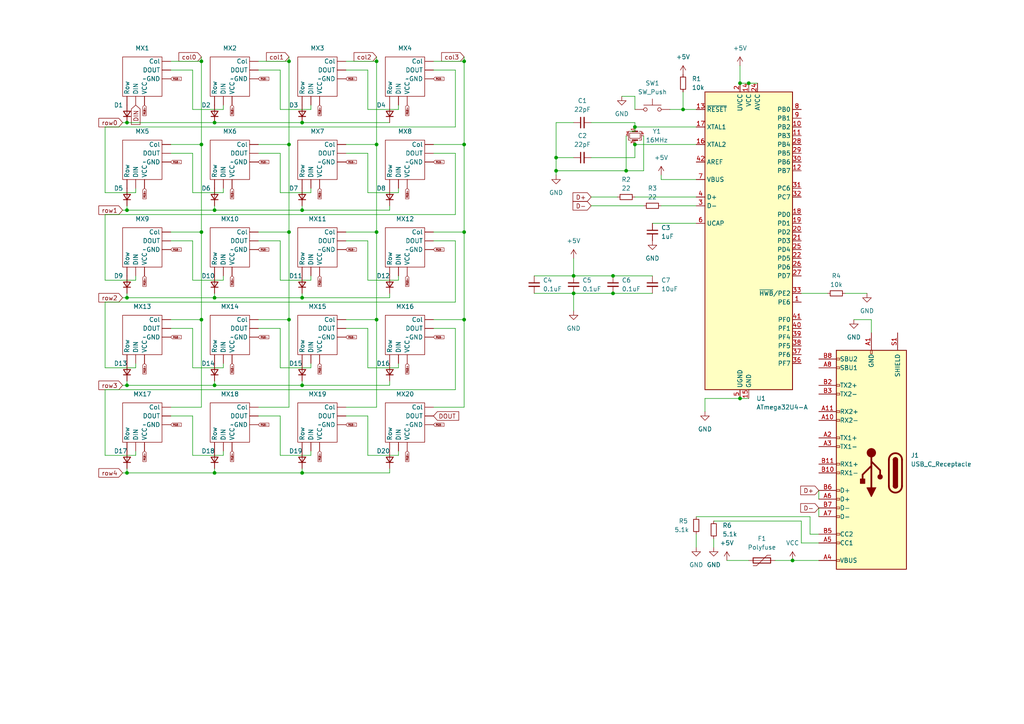
<source format=kicad_sch>
(kicad_sch (version 20230121) (generator eeschema)
  (paper "A4")
  (lib_symbols
    (symbol "Connector:USB_C_Receptacle" (pin_names (offset 1.016))
      (property "Reference" "J" (at -10.16 29.21 0))
      (property "Value" "USB_C_Receptacle" (at 10.16 29.21 0))
      (symbol "USB_C_Receptacle_0_0"
        (rectangle (start -0.254 -35.56) (end 0.254 -34.544))
        (rectangle (start 10.16 -32.766) (end 9.144 -33.274))
        (rectangle (start 10.16 -30.226) (end 9.144 -30.734))
        (rectangle (start 10.16 -25.146) (end 9.144 -25.654))
        (rectangle (start 10.16 -22.606) (end 9.144 -23.114))
        (rectangle (start 10.16 -17.526) (end 9.144 -18.034))
        (rectangle (start 10.16 -14.986) (end 9.144 -15.494))
        (rectangle (start 10.16 -9.906) (end 9.144 -10.414))
        (rectangle (start 10.16 -7.366) (end 9.144 -7.874))
        (rectangle (start 10.16 -2.286) (end 9.144 -2.794))
        (rectangle (start 10.16 0.254) (end 9.144 -0.254))
        (rectangle (start 10.16 5.334) (end 9.144 4.826))
        (rectangle (start 10.16 7.874) (end 9.144 7.366))
        (rectangle (start 10.16 10.414) (end 9.144 9.906))
        (rectangle (start 10.16 12.954) (end 9.144 12.446))
        (rectangle (start 10.16 18.034) (end 9.144 17.526))
        (rectangle (start 10.16 20.574) (end 9.144 20.066))
        (rectangle (start 10.16 25.654) (end 9.144 25.146))
      )
      (symbol "USB_C_Receptacle_0_1"
        (rectangle (start -10.16 27.94) (end 10.16 -35.56) (stroke (width 0.254)) (fill (type background)))
        (arc (start -8.89 -3.81) (mid -6.985 -5.7067) (end -5.08 -3.81) (stroke (width 0.508)))
        (arc (start -7.62 -3.81) (mid -6.985 -4.4423) (end -6.35 -3.81) (stroke (width 0.254)))
        (arc (start -7.62 -3.81) (mid -6.985 -4.4423) (end -6.35 -3.81) (stroke (width 0.254)) (fill (type outline)))
        (rectangle (start -7.62 -3.81) (end -6.35 3.81) (stroke (width 0.254)) (fill (type outline)))
        (arc (start -6.35 3.81) (mid -6.985 4.4423) (end -7.62 3.81) (stroke (width 0.254)))
        (arc (start -6.35 3.81) (mid -6.985 4.4423) (end -7.62 3.81) (stroke (width 0.254)) (fill (type outline)))
        (arc (start -5.08 3.81) (mid -6.985 5.7067) (end -8.89 3.81) (stroke (width 0.508)))
        (polyline (pts (xy -8.89 -3.81) (xy -8.89 3.81)) (stroke (width 0.508)))
        (polyline (pts (xy -5.08 3.81) (xy -5.08 -3.81)) (stroke (width 0.508)))
      )
      (symbol "USB_C_Receptacle_1_1"
        (circle (center -2.54 1.143) (radius 0.635) (stroke (width 0.254)) (fill (type outline)))
        (circle (center 0 -5.842) (radius 1.27) (fill (type outline)))
        (polyline (pts (xy 0 -5.842) (xy 0 4.318)) (stroke (width 0.508)))
        (polyline (pts (xy 0 -3.302) (xy -2.54 -0.762) (xy -2.54 0.508)) (stroke (width 0.508)))
        (polyline (pts (xy 0 -2.032) (xy 2.54 0.508) (xy 2.54 1.778)) (stroke (width 0.508)))
        (polyline (pts (xy -1.27 4.318) (xy 0 6.858) (xy 1.27 4.318) (xy -1.27 4.318)) (stroke (width 0.254)) (fill (type outline)))
        (rectangle (start 1.905 1.778) (end 3.175 3.048) (stroke (width 0.254)) (fill (type outline)))
        (pin passive line (at 0 -40.64 90) (length 5.08) (name "GND") (number "A1"))
        (pin bidirectional line (at 15.24 -15.24 180) (length 5.08) (name "RX2-") (number "A10"))
        (pin bidirectional line (at 15.24 -17.78 180) (length 5.08) (name "RX2+") (number "A11"))
        (pin passive line (at 0 -40.64 90) (length 5.08) hide (name "GND") (number "A12"))
        (pin bidirectional line (at 15.24 -10.16 180) (length 5.08) (name "TX1+") (number "A2"))
        (pin bidirectional line (at 15.24 -7.62 180) (length 5.08) (name "TX1-") (number "A3"))
        (pin passive line (at 15.24 25.4 180) (length 5.08) (name "VBUS") (number "A4"))
        (pin bidirectional line (at 15.24 20.32 180) (length 5.08) (name "CC1") (number "A5"))
        (pin bidirectional line (at 15.24 7.62 180) (length 5.08) (name "D+") (number "A6"))
        (pin bidirectional line (at 15.24 12.7 180) (length 5.08) (name "D-") (number "A7"))
        (pin bidirectional line (at 15.24 -30.48 180) (length 5.08) (name "SBU1") (number "A8"))
        (pin passive line (at 15.24 25.4 180) (length 5.08) hide (name "VBUS") (number "A9"))
        (pin passive line (at 0 -40.64 90) (length 5.08) hide (name "GND") (number "B1"))
        (pin bidirectional line (at 15.24 0 180) (length 5.08) (name "RX1-") (number "B10"))
        (pin bidirectional line (at 15.24 -2.54 180) (length 5.08) (name "RX1+") (number "B11"))
        (pin passive line (at 0 -40.64 90) (length 5.08) hide (name "GND") (number "B12"))
        (pin bidirectional line (at 15.24 -25.4 180) (length 5.08) (name "TX2+") (number "B2"))
        (pin bidirectional line (at 15.24 -22.86 180) (length 5.08) (name "TX2-") (number "B3"))
        (pin passive line (at 15.24 25.4 180) (length 5.08) hide (name "VBUS") (number "B4"))
        (pin bidirectional line (at 15.24 17.78 180) (length 5.08) (name "CC2") (number "B5"))
        (pin bidirectional line (at 15.24 5.08 180) (length 5.08) (name "D+") (number "B6"))
        (pin bidirectional line (at 15.24 10.16 180) (length 5.08) (name "D-") (number "B7"))
        (pin bidirectional line (at 15.24 -33.02 180) (length 5.08) (name "SBU2") (number "B8"))
        (pin passive line (at 15.24 25.4 180) (length 5.08) hide (name "VBUS") (number "B9"))
        (pin passive line (at -7.62 -40.64 90) (length 5.08) (name "SHIELD") (number "S1"))
      )
    )
    (symbol "Device:C_Small" (pin_numbers hide) (pin_names (offset 0.254) hide)
      (property "Reference" "C" (at 0.254 1.778 0))
      (property "Value" "C_Small" (at 0.254 -2.032 0))
      (symbol "C_Small_0_1"
        (polyline (pts (xy -1.524 -0.508) (xy 1.524 -0.508)) (stroke (width 0.3302)))
        (polyline (pts (xy -1.524 0.508) (xy 1.524 0.508)) (stroke (width 0.3048)))
      )
      (symbol "C_Small_1_1"
        (pin passive line (at 0 2.54 270) (length 2.032) (name "~") (number "1"))
        (pin passive line (at 0 -2.54 90) (length 2.032) (name "~") (number "2"))
      )
    )
    (symbol "Device:Crystal_GND24_Small" (pin_names (offset 1.016) hide)
      (property "Reference" "Y" (at 1.27 4.445 0))
      (property "Value" "Crystal_GND24_Small" (at 1.27 2.54 0))
      (symbol "Crystal_GND24_Small_0_1"
        (rectangle (start -0.762 -1.524) (end 0.762 1.524))
        (polyline (pts (xy -1.27 -0.762) (xy -1.27 0.762)) (stroke (width 0.381)))
        (polyline (pts (xy 1.27 -0.762) (xy 1.27 0.762)) (stroke (width 0.381)))
        (polyline (pts (xy -1.27 -1.27) (xy -1.27 -1.905) (xy 1.27 -1.905) (xy 1.27 -1.27)))
        (polyline (pts (xy -1.27 1.27) (xy -1.27 1.905) (xy 1.27 1.905) (xy 1.27 1.27)))
      )
      (symbol "Crystal_GND24_Small_1_1"
        (pin passive line (at -2.54 0 0) (length 1.27) (name "1") (number "1"))
        (pin passive line (at 0 -2.54 90) (length 0.635) (name "2") (number "2"))
        (pin passive line (at 2.54 0 180) (length 1.27) (name "3") (number "3"))
        (pin passive line (at 0 2.54 270) (length 0.635) (name "4") (number "4"))
      )
    )
    (symbol "Device:D_Small" (pin_numbers hide) (pin_names (offset 0.254) hide)
      (property "Reference" "D" (at -1.27 2.032 0))
      (property "Value" "D_Small" (at -3.81 -2.032 0))
      (symbol "D_Small_0_1"
        (polyline (pts (xy -0.762 -1.016) (xy -0.762 1.016)) (stroke (width 0.254)))
        (polyline (pts (xy -0.762 0) (xy 0.762 0)))
        (polyline (pts (xy 0.762 -1.016) (xy -0.762 0) (xy 0.762 1.016) (xy 0.762 -1.016)) (stroke (width 0.254)))
      )
      (symbol "D_Small_1_1"
        (pin passive line (at -2.54 0 0) (length 1.778) (name "K") (number "1"))
        (pin passive line (at 2.54 0 180) (length 1.778) (name "A") (number "2"))
      )
    )
    (symbol "Device:Polyfuse" (pin_numbers hide) (pin_names (offset 0))
      (property "Reference" "F" (at -2.54 0 90))
      (property "Value" "Polyfuse" (at 2.54 0 90))
      (symbol "Polyfuse_0_1"
        (rectangle (start -0.762 2.54) (end 0.762 -2.54) (stroke (width 0.254)))
        (polyline (pts (xy 0 2.54) (xy 0 -2.54)))
        (polyline (pts (xy -1.524 2.54) (xy -1.524 1.524) (xy 1.524 -1.524) (xy 1.524 -2.54)))
      )
      (symbol "Polyfuse_1_1"
        (pin passive line (at 0 3.81 270) (length 1.27) (name "~") (number "1"))
        (pin passive line (at 0 -3.81 90) (length 1.27) (name "~") (number "2"))
      )
    )
    (symbol "Device:R_Small" (pin_numbers hide) (pin_names (offset 0.254) hide)
      (property "Reference" "R" (at 0.762 0.508 0))
      (property "Value" "R_Small" (at 0.762 -1.016 0))
      (symbol "R_Small_0_1"
        (rectangle (start -0.762 1.778) (end 0.762 -1.778) (stroke (width 0.2032)))
      )
      (symbol "R_Small_1_1"
        (pin passive line (at 0 2.54 270) (length 0.762) (name "~") (number "1"))
        (pin passive line (at 0 -2.54 90) (length 0.762) (name "~") (number "2"))
      )
    )
    (symbol "MCU_Microchip_ATmega:ATmega32U4-A"
      (property "Reference" "U" (at -12.7 44.45 0))
      (property "Value" "ATmega32U4-A" (at 2.54 -44.45 0))
      (symbol "ATmega32U4-A_0_1"
        (rectangle (start -12.7 -43.18) (end 12.7 43.18) (stroke (width 0.254)) (fill (type background)))
      )
      (symbol "ATmega32U4-A_1_1"
        (pin bidirectional line (at 15.24 -17.78 180) (length 2.54) (name "PE6") (number "1"))
        (pin bidirectional line (at 15.24 33.02 180) (length 2.54) (name "PB2") (number "10"))
        (pin bidirectional line (at 15.24 30.48 180) (length 2.54) (name "PB3") (number "11"))
        (pin bidirectional line (at 15.24 20.32 180) (length 2.54) (name "PB7") (number "12"))
        (pin input line (at -15.24 38.1 0) (length 2.54) (name "~{RESET}") (number "13"))
        (pin power_in line (at 0 45.72 270) (length 2.54) (name "VCC") (number "14"))
        (pin power_in line (at 0 -45.72 90) (length 2.54) (name "GND") (number "15"))
        (pin output line (at -15.24 27.94 0) (length 2.54) (name "XTAL2") (number "16"))
        (pin input line (at -15.24 33.02 0) (length 2.54) (name "XTAL1") (number "17"))
        (pin bidirectional line (at 15.24 7.62 180) (length 2.54) (name "PD0") (number "18"))
        (pin bidirectional line (at 15.24 5.08 180) (length 2.54) (name "PD1") (number "19"))
        (pin power_in line (at -2.54 45.72 270) (length 2.54) (name "UVCC") (number "2"))
        (pin bidirectional line (at 15.24 2.54 180) (length 2.54) (name "PD2") (number "20"))
        (pin bidirectional line (at 15.24 0 180) (length 2.54) (name "PD3") (number "21"))
        (pin bidirectional line (at 15.24 -5.08 180) (length 2.54) (name "PD5") (number "22"))
        (pin passive line (at 0 -45.72 90) (length 2.54) hide (name "GND") (number "23"))
        (pin power_in line (at 2.54 45.72 270) (length 2.54) (name "AVCC") (number "24"))
        (pin bidirectional line (at 15.24 -2.54 180) (length 2.54) (name "PD4") (number "25"))
        (pin bidirectional line (at 15.24 -7.62 180) (length 2.54) (name "PD6") (number "26"))
        (pin bidirectional line (at 15.24 -10.16 180) (length 2.54) (name "PD7") (number "27"))
        (pin bidirectional line (at 15.24 27.94 180) (length 2.54) (name "PB4") (number "28"))
        (pin bidirectional line (at 15.24 25.4 180) (length 2.54) (name "PB5") (number "29"))
        (pin bidirectional line (at -15.24 10.16 0) (length 2.54) (name "D-") (number "3"))
        (pin bidirectional line (at 15.24 22.86 180) (length 2.54) (name "PB6") (number "30"))
        (pin bidirectional line (at 15.24 15.24 180) (length 2.54) (name "PC6") (number "31"))
        (pin bidirectional line (at 15.24 12.7 180) (length 2.54) (name "PC7") (number "32"))
        (pin bidirectional line (at 15.24 -15.24 180) (length 2.54) (name "~{HWB}/PE2") (number "33"))
        (pin passive line (at 0 45.72 270) (length 2.54) hide (name "VCC") (number "34"))
        (pin passive line (at 0 -45.72 90) (length 2.54) hide (name "GND") (number "35"))
        (pin bidirectional line (at 15.24 -35.56 180) (length 2.54) (name "PF7") (number "36"))
        (pin bidirectional line (at 15.24 -33.02 180) (length 2.54) (name "PF6") (number "37"))
        (pin bidirectional line (at 15.24 -30.48 180) (length 2.54) (name "PF5") (number "38"))
        (pin bidirectional line (at 15.24 -27.94 180) (length 2.54) (name "PF4") (number "39"))
        (pin bidirectional line (at -15.24 12.7 0) (length 2.54) (name "D+") (number "4"))
        (pin bidirectional line (at 15.24 -25.4 180) (length 2.54) (name "PF1") (number "40"))
        (pin bidirectional line (at 15.24 -22.86 180) (length 2.54) (name "PF0") (number "41"))
        (pin passive line (at -15.24 22.86 0) (length 2.54) (name "AREF") (number "42"))
        (pin passive line (at 0 -45.72 90) (length 2.54) hide (name "GND") (number "43"))
        (pin passive line (at 2.54 45.72 270) (length 2.54) hide (name "AVCC") (number "44"))
        (pin passive line (at -2.54 -45.72 90) (length 2.54) (name "UGND") (number "5"))
        (pin passive line (at -15.24 5.08 0) (length 2.54) (name "UCAP") (number "6"))
        (pin input line (at -15.24 17.78 0) (length 2.54) (name "VBUS") (number "7"))
        (pin bidirectional line (at 15.24 38.1 180) (length 2.54) (name "PB0") (number "8"))
        (pin bidirectional line (at 15.24 35.56 180) (length 2.54) (name "PB1") (number "9"))
      )
    )
    (symbol "MX_Alps_Hybrid:MX-RGB" (pin_numbers hide)
      (property "Reference" "MX" (at -3.81 3.81 0))
      (symbol "MX-RGB_0_1"
        (rectangle (start -6.35 6.35) (end 5.08 -5.08))
      )
      (symbol "MX-RGB_1_1"
        (pin input line (at 7.62 0 180) (length 2.54) (name "GND") (number "1"))
        (pin input line (at -2.54 -7.62 90) (length 2.54) (name "DIN") (number "2"))
        (pin input line (at 7.62 2.54 180) (length 2.54) (name "DOUT") (number "3"))
        (pin input line (at 0 -7.62 90) (length 2.54) (name "VCC") (number "4"))
        (pin input line (at -5.08 -7.62 90) (length 2.54) (name "Row") (number "5"))
        (pin input line (at 7.62 5.08 180) (length 2.54) (name "Col") (number "6"))
      )
    )
    (symbol "Switch:SW_Push" (pin_numbers hide) (pin_names (offset 1.016) hide)
      (property "Reference" "SW" (at 1.27 2.54 0))
      (property "Value" "SW_Push" (at 0 -1.524 0))
      (symbol "SW_Push_0_1"
        (circle (center -2.032 0) (radius 0.508))
        (polyline (pts (xy 0 1.27) (xy 0 3.048)))
        (polyline (pts (xy 2.54 1.27) (xy -2.54 1.27)))
        (circle (center 2.032 0) (radius 0.508))
        (pin passive line (at -5.08 0 0) (length 2.54) (name "1") (number "1"))
        (pin passive line (at 5.08 0 180) (length 2.54) (name "2") (number "2"))
      )
    )
    (symbol "power:+5V" (power) (pin_names (offset 0))
      (property "Value" "+5V" (at 0 3.556 0))
      (symbol "+5V_0_1"
        (polyline (pts (xy -0.762 1.27) (xy 0 2.54)))
        (polyline (pts (xy 0 0) (xy 0 2.54)))
        (polyline (pts (xy 0 2.54) (xy 0.762 1.27)))
      )
      (symbol "+5V_1_1"
        (pin power_in line (at 0 0 90) (length 0) hide (name "+5V") (number "1"))
      )
    )
    (symbol "power:GND" (power) (pin_names (offset 0))
      (property "Value" "GND" (at 0 -3.81 0))
      (symbol "GND_0_1"
        (polyline (pts (xy 0 0) (xy 0 -1.27) (xy 1.27 -1.27) (xy 0 -2.54) (xy -1.27 -1.27) (xy 0 -1.27)))
      )
      (symbol "GND_1_1"
        (pin power_in line (at 0 0 270) (length 0) hide (name "GND") (number "1"))
      )
    )
    (symbol "power:VCC" (power) (pin_names (offset 0))
      (property "Value" "VCC" (at 0 3.81 0))
      (symbol "VCC_0_1"
        (polyline (pts (xy -0.762 1.27) (xy 0 2.54)))
        (polyline (pts (xy 0 0) (xy 0 2.54)))
        (polyline (pts (xy 0 2.54) (xy 0.762 1.27)))
      )
      (symbol "VCC_1_1"
        (pin power_in line (at 0 0 90) (length 0) hide (name "VCC") (number "1"))
      )
    )
  )
  (junction (at 62.23 137.16))
  (junction (at 181.61 49.53))
  (junction (at 177.8 85.09))
  (junction (at 62.23 111.76))
  (junction (at 134.62 67.31))
  (junction (at 134.62 92.71))
  (junction (at 58.42 41.91))
  (junction (at 83.82 17.78))
  (junction (at 87.63 86.36))
  (junction (at 166.37 80.01))
  (junction (at 161.29 45.72))
  (junction (at 134.62 17.78))
  (junction (at 109.22 17.78))
  (junction (at 58.42 67.31))
  (junction (at 134.62 41.91))
  (junction (at 109.22 92.71))
  (junction (at 36.83 35.56))
  (junction (at 62.23 60.96))
  (junction (at 214.63 24.13))
  (junction (at 87.63 111.76))
  (junction (at 109.22 67.31))
  (junction (at 36.83 60.96))
  (junction (at 214.63 115.57))
  (junction (at 36.83 111.76))
  (junction (at 58.42 17.78))
  (junction (at 62.23 86.36))
  (junction (at 83.82 41.91))
  (junction (at 229.87 162.56))
  (junction (at 62.23 35.56))
  (junction (at 87.63 35.56))
  (junction (at 83.82 67.31))
  (junction (at 177.8 80.01))
  (junction (at 109.22 41.91))
  (junction (at 166.37 85.09))
  (junction (at 184.15 36.83))
  (junction (at 87.63 137.16))
  (junction (at 36.83 86.36))
  (junction (at 87.63 60.96))
  (junction (at 58.42 92.71))
  (junction (at 184.15 41.91))
  (junction (at 217.17 24.13))
  (junction (at 36.83 137.16))
  (junction (at 161.29 49.53))
  (junction (at 83.82 92.71))
  (junction (at 198.12 31.75))
  (wire (pts (xy 125.73 92.71) (xy 134.62 92.71)))
  (wire (pts (xy 74.93 95.25) (xy 81.28 95.25)))
  (wire (pts (xy 184.15 27.94) (xy 180.34 27.94)))
  (wire (pts (xy 214.63 115.57) (xy 204.47 115.57)))
  (wire (pts (xy 252.73 96.52) (xy 252.73 92.71)))
  (wire (pts (xy 62.23 85.09) (xy 62.23 86.36)))
  (wire (pts (xy 125.73 17.78) (xy 134.62 17.78)))
  (wire (pts (xy 154.94 85.09) (xy 166.37 85.09)))
  (wire (pts (xy 198.12 31.75) (xy 201.93 31.75)))
  (wire (pts (xy 36.83 35.56) (xy 62.23 35.56)))
  (wire (pts (xy 39.37 81.28) (xy 39.37 80.01)))
  (wire (pts (xy 115.57 81.28) (xy 115.57 80.01)))
  (wire (pts (xy 100.33 118.11) (xy 109.22 118.11)))
  (wire (pts (xy 36.83 110.49) (xy 36.83 111.76)))
  (wire (pts (xy 39.37 106.68) (xy 39.37 105.41)))
  (wire (pts (xy 30.48 81.28) (xy 39.37 81.28)))
  (wire (pts (xy 232.41 157.48) (xy 237.49 157.48)))
  (wire (pts (xy 30.48 113.03) (xy 30.48 132.08)))
  (wire (pts (xy 36.83 85.09) (xy 36.83 86.36)))
  (wire (pts (xy 62.23 137.16) (xy 87.63 137.16)))
  (wire (pts (xy 232.41 151.13) (xy 232.41 157.48)))
  (wire (pts (xy 201.93 52.07) (xy 191.77 52.07)))
  (wire (pts (xy 81.28 31.75) (xy 90.17 31.75)))
  (wire (pts (xy 62.23 59.69) (xy 62.23 60.96)))
  (wire (pts (xy 134.62 41.91) (xy 134.62 67.31)))
  (wire (pts (xy 184.15 41.91) (xy 184.15 45.72)))
  (wire (pts (xy 81.28 20.32) (xy 81.28 31.75)))
  (wire (pts (xy 106.68 31.75) (xy 115.57 31.75)))
  (wire (pts (xy 81.28 106.68) (xy 90.17 106.68)))
  (wire (pts (xy 64.77 132.08) (xy 64.77 130.81)))
  (wire (pts (xy 64.77 31.75) (xy 64.77 30.48)))
  (wire (pts (xy 36.83 111.76) (xy 62.23 111.76)))
  (wire (pts (xy 106.68 95.25) (xy 106.68 106.68)))
  (wire (pts (xy 125.73 41.91) (xy 134.62 41.91)))
  (wire (pts (xy 125.73 44.45) (xy 132.08 44.45)))
  (wire (pts (xy 55.88 81.28) (xy 64.77 81.28)))
  (wire (pts (xy 184.15 45.72) (xy 171.45 45.72)))
  (wire (pts (xy 81.28 55.88) (xy 90.17 55.88)))
  (wire (pts (xy 109.22 41.91) (xy 109.22 67.31)))
  (wire (pts (xy 252.73 92.71) (xy 247.65 92.71)))
  (wire (pts (xy 55.88 20.32) (xy 55.88 31.75)))
  (wire (pts (xy 36.83 135.89) (xy 36.83 137.16)))
  (wire (pts (xy 191.77 59.69) (xy 201.93 59.69)))
  (wire (pts (xy 87.63 111.76) (xy 113.03 111.76)))
  (wire (pts (xy 62.23 35.56) (xy 87.63 35.56)))
  (wire (pts (xy 62.23 86.36) (xy 87.63 86.36)))
  (wire (pts (xy 36.83 59.69) (xy 36.83 60.96)))
  (wire (pts (xy 35.56 111.76) (xy 36.83 111.76)))
  (wire (pts (xy 81.28 132.08) (xy 90.17 132.08)))
  (wire (pts (xy 87.63 135.89) (xy 87.63 137.16)))
  (wire (pts (xy 58.42 67.31) (xy 58.42 92.71)))
  (wire (pts (xy 100.33 92.71) (xy 109.22 92.71)))
  (wire (pts (xy 87.63 59.69) (xy 87.63 60.96)))
  (wire (pts (xy 189.23 64.77) (xy 201.93 64.77)))
  (wire (pts (xy 49.53 20.32) (xy 55.88 20.32)))
  (wire (pts (xy 234.95 149.86) (xy 234.95 154.94)))
  (wire (pts (xy 30.48 132.08) (xy 39.37 132.08)))
  (wire (pts (xy 35.56 60.96) (xy 36.83 60.96)))
  (wire (pts (xy 132.08 36.83) (xy 30.48 36.83)))
  (wire (pts (xy 87.63 85.09) (xy 87.63 86.36)))
  (wire (pts (xy 166.37 35.56) (xy 161.29 35.56)))
  (wire (pts (xy 161.29 45.72) (xy 161.29 49.53)))
  (wire (pts (xy 161.29 35.56) (xy 161.29 45.72)))
  (wire (pts (xy 109.22 67.31) (xy 109.22 92.71)))
  (wire (pts (xy 184.15 27.94) (xy 184.15 31.75)))
  (wire (pts (xy 55.88 95.25) (xy 55.88 106.68)))
  (wire (pts (xy 100.33 95.25) (xy 106.68 95.25)))
  (wire (pts (xy 106.68 120.65) (xy 106.68 132.08)))
  (wire (pts (xy 171.45 59.69) (xy 186.69 59.69)))
  (wire (pts (xy 161.29 49.53) (xy 161.29 50.8)))
  (wire (pts (xy 64.77 55.88) (xy 64.77 54.61)))
  (wire (pts (xy 132.08 20.32) (xy 132.08 36.83)))
  (wire (pts (xy 49.53 41.91) (xy 58.42 41.91)))
  (wire (pts (xy 186.69 49.53) (xy 181.61 49.53)))
  (wire (pts (xy 90.17 132.08) (xy 90.17 130.81)))
  (wire (pts (xy 113.03 110.49) (xy 113.03 111.76)))
  (wire (pts (xy 55.88 55.88) (xy 64.77 55.88)))
  (wire (pts (xy 166.37 80.01) (xy 177.8 80.01)))
  (wire (pts (xy 39.37 54.61) (xy 39.37 55.88)))
  (wire (pts (xy 87.63 86.36) (xy 113.03 86.36)))
  (wire (pts (xy 83.82 17.78) (xy 83.82 41.91)))
  (wire (pts (xy 55.88 132.08) (xy 64.77 132.08)))
  (wire (pts (xy 49.53 69.85) (xy 55.88 69.85)))
  (wire (pts (xy 184.15 36.83) (xy 184.15 35.56)))
  (wire (pts (xy 194.31 31.75) (xy 198.12 31.75)))
  (wire (pts (xy 237.49 142.24) (xy 237.49 144.78)))
  (wire (pts (xy 81.28 81.28) (xy 90.17 81.28)))
  (wire (pts (xy 49.53 118.11) (xy 58.42 118.11)))
  (wire (pts (xy 132.08 44.45) (xy 132.08 62.23)))
  (wire (pts (xy 35.56 35.56) (xy 36.83 35.56)))
  (wire (pts (xy 100.33 120.65) (xy 106.68 120.65)))
  (wire (pts (xy 81.28 44.45) (xy 81.28 55.88)))
  (wire (pts (xy 74.93 69.85) (xy 81.28 69.85)))
  (wire (pts (xy 132.08 87.63) (xy 30.48 87.63)))
  (wire (pts (xy 154.94 80.01) (xy 166.37 80.01)))
  (wire (pts (xy 35.56 137.16) (xy 36.83 137.16)))
  (wire (pts (xy 204.47 115.57) (xy 204.47 119.38)))
  (wire (pts (xy 132.08 69.85) (xy 132.08 87.63)))
  (wire (pts (xy 81.28 95.25) (xy 81.28 106.68)))
  (wire (pts (xy 74.93 120.65) (xy 81.28 120.65)))
  (wire (pts (xy 115.57 31.75) (xy 115.57 30.48)))
  (wire (pts (xy 35.56 86.36) (xy 36.83 86.36)))
  (wire (pts (xy 83.82 41.91) (xy 83.82 67.31)))
  (wire (pts (xy 87.63 60.96) (xy 113.03 60.96)))
  (wire (pts (xy 55.88 120.65) (xy 55.88 132.08)))
  (wire (pts (xy 115.57 132.08) (xy 115.57 130.81)))
  (wire (pts (xy 115.57 106.68) (xy 115.57 105.41)))
  (wire (pts (xy 182.88 38.1) (xy 184.15 38.1)))
  (wire (pts (xy 106.68 132.08) (xy 115.57 132.08)))
  (wire (pts (xy 134.62 92.71) (xy 134.62 118.11)))
  (wire (pts (xy 214.63 19.05) (xy 214.63 24.13)))
  (wire (pts (xy 106.68 20.32) (xy 106.68 31.75)))
  (wire (pts (xy 109.22 16.51) (xy 109.22 17.78)))
  (wire (pts (xy 74.93 41.91) (xy 83.82 41.91)))
  (wire (pts (xy 134.62 17.78) (xy 134.62 41.91)))
  (wire (pts (xy 201.93 149.86) (xy 234.95 149.86)))
  (wire (pts (xy 106.68 44.45) (xy 106.68 55.88)))
  (wire (pts (xy 234.95 154.94) (xy 237.49 154.94)))
  (wire (pts (xy 113.03 59.69) (xy 113.03 60.96)))
  (wire (pts (xy 90.17 55.88) (xy 90.17 54.61)))
  (wire (pts (xy 132.08 113.03) (xy 30.48 113.03)))
  (wire (pts (xy 134.62 16.51) (xy 134.62 17.78)))
  (wire (pts (xy 214.63 24.13) (xy 217.17 24.13)))
  (wire (pts (xy 232.41 85.09) (xy 240.03 85.09)))
  (wire (pts (xy 125.73 69.85) (xy 132.08 69.85)))
  (wire (pts (xy 74.93 118.11) (xy 83.82 118.11)))
  (wire (pts (xy 87.63 35.56) (xy 113.03 35.56)))
  (wire (pts (xy 36.83 60.96) (xy 62.23 60.96)))
  (wire (pts (xy 100.33 41.91) (xy 109.22 41.91)))
  (wire (pts (xy 115.57 55.88) (xy 115.57 54.61)))
  (wire (pts (xy 36.83 137.16) (xy 62.23 137.16)))
  (wire (pts (xy 74.93 20.32) (xy 81.28 20.32)))
  (wire (pts (xy 184.15 36.83) (xy 201.93 36.83)))
  (wire (pts (xy 125.73 118.11) (xy 134.62 118.11)))
  (wire (pts (xy 55.88 106.68) (xy 64.77 106.68)))
  (wire (pts (xy 58.42 17.78) (xy 58.42 41.91)))
  (wire (pts (xy 49.53 95.25) (xy 55.88 95.25)))
  (wire (pts (xy 30.48 55.88) (xy 39.37 55.88)))
  (wire (pts (xy 245.11 85.09) (xy 251.46 85.09)))
  (wire (pts (xy 87.63 110.49) (xy 87.63 111.76)))
  (wire (pts (xy 177.8 85.09) (xy 189.23 85.09)))
  (wire (pts (xy 184.15 57.15) (xy 201.93 57.15)))
  (wire (pts (xy 64.77 106.68) (xy 64.77 105.41)))
  (wire (pts (xy 55.88 69.85) (xy 55.88 81.28)))
  (wire (pts (xy 100.33 20.32) (xy 106.68 20.32)))
  (wire (pts (xy 49.53 67.31) (xy 58.42 67.31)))
  (wire (pts (xy 113.03 85.09) (xy 113.03 86.36)))
  (wire (pts (xy 237.49 147.32) (xy 237.49 149.86)))
  (wire (pts (xy 161.29 45.72) (xy 166.37 45.72)))
  (wire (pts (xy 100.33 69.85) (xy 106.68 69.85)))
  (wire (pts (xy 81.28 120.65) (xy 81.28 132.08)))
  (wire (pts (xy 58.42 41.91) (xy 58.42 67.31)))
  (wire (pts (xy 100.33 67.31) (xy 109.22 67.31)))
  (wire (pts (xy 62.23 135.89) (xy 62.23 137.16)))
  (wire (pts (xy 49.53 120.65) (xy 55.88 120.65)))
  (wire (pts (xy 106.68 106.68) (xy 115.57 106.68)))
  (wire (pts (xy 181.61 49.53) (xy 161.29 49.53)))
  (wire (pts (xy 90.17 31.75) (xy 90.17 30.48)))
  (wire (pts (xy 106.68 69.85) (xy 106.68 81.28)))
  (wire (pts (xy 232.41 151.13) (xy 207.01 151.13)))
  (wire (pts (xy 210.82 162.56) (xy 217.17 162.56)))
  (wire (pts (xy 55.88 44.45) (xy 55.88 55.88)))
  (wire (pts (xy 58.42 92.71) (xy 58.42 118.11)))
  (wire (pts (xy 90.17 106.68) (xy 90.17 105.41)))
  (wire (pts (xy 83.82 92.71) (xy 83.82 118.11)))
  (wire (pts (xy 177.8 80.01) (xy 189.23 80.01)))
  (wire (pts (xy 83.82 16.51) (xy 83.82 17.78)))
  (wire (pts (xy 58.42 16.51) (xy 58.42 17.78)))
  (wire (pts (xy 198.12 26.67) (xy 198.12 31.75)))
  (wire (pts (xy 62.23 111.76) (xy 87.63 111.76)))
  (wire (pts (xy 90.17 81.28) (xy 90.17 80.01)))
  (wire (pts (xy 217.17 115.57) (xy 214.63 115.57)))
  (wire (pts (xy 134.62 67.31) (xy 134.62 92.71)))
  (wire (pts (xy 100.33 17.78) (xy 109.22 17.78)))
  (wire (pts (xy 74.93 92.71) (xy 83.82 92.71)))
  (wire (pts (xy 81.28 69.85) (xy 81.28 81.28)))
  (wire (pts (xy 184.15 41.91) (xy 201.93 41.91)))
  (wire (pts (xy 64.77 81.28) (xy 64.77 80.01)))
  (wire (pts (xy 191.77 50.8) (xy 191.77 52.07)))
  (wire (pts (xy 39.37 132.08) (xy 39.37 130.81)))
  (wire (pts (xy 109.22 92.71) (xy 109.22 118.11)))
  (wire (pts (xy 184.15 35.56) (xy 171.45 35.56)))
  (wire (pts (xy 49.53 17.78) (xy 58.42 17.78)))
  (wire (pts (xy 184.15 38.1) (xy 184.15 36.83)))
  (wire (pts (xy 55.88 31.75) (xy 64.77 31.75)))
  (wire (pts (xy 125.73 20.32) (xy 132.08 20.32)))
  (wire (pts (xy 30.48 106.68) (xy 39.37 106.68)))
  (wire (pts (xy 125.73 67.31) (xy 134.62 67.31)))
  (wire (pts (xy 62.23 60.96) (xy 87.63 60.96)))
  (wire (pts (xy 106.68 81.28) (xy 115.57 81.28)))
  (wire (pts (xy 201.93 154.94) (xy 201.93 158.75)))
  (wire (pts (xy 113.03 135.89) (xy 113.03 137.16)))
  (wire (pts (xy 125.73 95.25) (xy 132.08 95.25)))
  (wire (pts (xy 229.87 162.56) (xy 237.49 162.56)))
  (wire (pts (xy 30.48 36.83) (xy 30.48 55.88)))
  (wire (pts (xy 62.23 110.49) (xy 62.23 111.76)))
  (wire (pts (xy 171.45 57.15) (xy 179.07 57.15)))
  (wire (pts (xy 30.48 62.23) (xy 30.48 81.28)))
  (wire (pts (xy 166.37 85.09) (xy 166.37 90.17)))
  (wire (pts (xy 217.17 24.13) (xy 219.71 24.13)))
  (wire (pts (xy 30.48 87.63) (xy 30.48 106.68)))
  (wire (pts (xy 83.82 67.31) (xy 83.82 92.71)))
  (wire (pts (xy 207.01 156.21) (xy 207.01 158.75)))
  (wire (pts (xy 186.69 39.37) (xy 186.69 49.53)))
  (wire (pts (xy 132.08 62.23) (xy 30.48 62.23)))
  (wire (pts (xy 49.53 92.71) (xy 58.42 92.71)))
  (wire (pts (xy 87.63 137.16) (xy 113.03 137.16)))
  (wire (pts (xy 74.93 44.45) (xy 81.28 44.45)))
  (wire (pts (xy 36.83 86.36) (xy 62.23 86.36)))
  (wire (pts (xy 74.93 67.31) (xy 83.82 67.31)))
  (wire (pts (xy 100.33 44.45) (xy 106.68 44.45)))
  (wire (pts (xy 132.08 95.25) (xy 132.08 113.03)))
  (wire (pts (xy 166.37 74.93) (xy 166.37 80.01)))
  (wire (pts (xy 181.61 39.37) (xy 181.61 49.53)))
  (wire (pts (xy 74.93 17.78) (xy 83.82 17.78)))
  (wire (pts (xy 49.53 44.45) (xy 55.88 44.45)))
  (wire (pts (xy 224.79 162.56) (xy 229.87 162.56)))
  (wire (pts (xy 106.68 55.88) (xy 115.57 55.88)))
  (wire (pts (xy 166.37 85.09) (xy 177.8 85.09)))
  (wire (pts (xy 109.22 17.78) (xy 109.22 41.91)))
  (global_label "RGB+" (shape input) (at 118.11 30.48 270) (effects (font (size 0.5 0.5))) (property "Intersheetrefs" "${INTERSHEET_REFS}" (effects hide)))
  (global_label "RGB+" (shape input) (at 92.71 80.01 270) (effects (font (size 0.5 0.5))) (property "Intersheetrefs" "${INTERSHEET_REFS}" (effects hide)))
  (global_label "col3" (shape input) (at 134.62 16.51 180) (property "Intersheetrefs" "${INTERSHEET_REFS}" (effects hide)))
  (global_label "RGB-" (shape input) (at 125.73 22.86 0) (effects (font (size 0.5 0.5))) (property "Intersheetrefs" "${INTERSHEET_REFS}" (effects hide)))
  (global_label "RGB-" (shape input) (at 100.33 97.79 0) (effects (font (size 0.5 0.5))) (property "Intersheetrefs" "${INTERSHEET_REFS}" (effects hide)))
  (global_label "RGB-" (shape input) (at 74.93 123.19 0) (effects (font (size 0.5 0.5))) (property "Intersheetrefs" "${INTERSHEET_REFS}" (effects hide)))
  (global_label "D-" (shape input) (at 171.45 59.69 180) (property "Intersheetrefs" "${INTERSHEET_REFS}" (effects hide)))
  (global_label "RGB+" (shape input) (at 92.71 130.81 270) (effects (font (size 0.5 0.5))) (property "Intersheetrefs" "${INTERSHEET_REFS}" (effects hide)))
  (global_label "RGB+" (shape input) (at 67.31 54.61 270) (effects (font (size 0.5 0.5))) (property "Intersheetrefs" "${INTERSHEET_REFS}" (effects hide)))
  (global_label "RGB+" (shape input) (at 92.71 105.41 270) (effects (font (size 0.5 0.5))) (property "Intersheetrefs" "${INTERSHEET_REFS}" (effects hide)))
  (global_label "RGB+" (shape input) (at 41.91 80.01 270) (effects (font (size 0.5 0.5))) (property "Intersheetrefs" "${INTERSHEET_REFS}" (effects hide)))
  (global_label "RGB-" (shape input) (at 100.33 46.99 0) (effects (font (size 0.5 0.5))) (property "Intersheetrefs" "${INTERSHEET_REFS}" (effects hide)))
  (global_label "RGB+" (shape input) (at 118.11 130.81 270) (effects (font (size 0.5 0.5))) (property "Intersheetrefs" "${INTERSHEET_REFS}" (effects hide)))
  (global_label "row4" (shape input) (at 35.56 137.16 180) (property "Intersheetrefs" "${INTERSHEET_REFS}" (effects hide)))
  (global_label "RGB-" (shape input) (at 100.33 72.39 0) (effects (font (size 0.5 0.5))) (property "Intersheetrefs" "${INTERSHEET_REFS}" (effects hide)))
  (global_label "col0" (shape input) (at 58.42 16.51 180) (property "Intersheetrefs" "${INTERSHEET_REFS}" (effects hide)))
  (global_label "RGB-" (shape input) (at 74.93 46.99 0) (effects (font (size 0.5 0.5))) (property "Intersheetrefs" "${INTERSHEET_REFS}" (effects hide)))
  (global_label "row1" (shape input) (at 35.56 60.96 180) (property "Intersheetrefs" "${INTERSHEET_REFS}" (effects hide)))
  (global_label "RGB+" (shape input) (at 67.31 105.41 270) (effects (font (size 0.5 0.5))) (property "Intersheetrefs" "${INTERSHEET_REFS}" (effects hide)))
  (global_label "RGB-" (shape input) (at 100.33 22.86 0) (effects (font (size 0.5 0.5))) (property "Intersheetrefs" "${INTERSHEET_REFS}" (effects hide)))
  (global_label "DOUT" (shape input) (at 125.73 120.65 0) (property "Intersheetrefs" "${INTERSHEET_REFS}" (effects hide)))
  (global_label "RGB+" (shape input) (at 92.71 54.61 270) (effects (font (size 0.5 0.5))) (property "Intersheetrefs" "${INTERSHEET_REFS}" (effects hide)))
  (global_label "RGB-" (shape input) (at 74.93 72.39 0) (effects (font (size 0.5 0.5))) (property "Intersheetrefs" "${INTERSHEET_REFS}" (effects hide)))
  (global_label "RGB-" (shape input) (at 49.53 123.19 0) (effects (font (size 0.5 0.5))) (property "Intersheetrefs" "${INTERSHEET_REFS}" (effects hide)))
  (global_label "DIN" (shape input) (at 39.37 30.48 270) (property "Intersheetrefs" "${INTERSHEET_REFS}" (effects hide)))
  (global_label "row3" (shape input) (at 35.56 111.76 180) (property "Intersheetrefs" "${INTERSHEET_REFS}" (effects hide)))
  (global_label "RGB-" (shape input) (at 100.33 123.19 0) (effects (font (size 0.5 0.5))) (property "Intersheetrefs" "${INTERSHEET_REFS}" (effects hide)))
  (global_label "RGB-" (shape input) (at 74.93 97.79 0) (effects (font (size 0.5 0.5))) (property "Intersheetrefs" "${INTERSHEET_REFS}" (effects hide)))
  (global_label "RGB-" (shape input) (at 125.73 97.79 0) (effects (font (size 0.5 0.5))) (property "Intersheetrefs" "${INTERSHEET_REFS}" (effects hide)))
  (global_label "RGB+" (shape input) (at 67.31 80.01 270) (effects (font (size 0.5 0.5))) (property "Intersheetrefs" "${INTERSHEET_REFS}" (effects hide)))
  (global_label "row0" (shape input) (at 35.56 35.56 180) (property "Intersheetrefs" "${INTERSHEET_REFS}" (effects hide)))
  (global_label "RGB+" (shape input) (at 92.71 30.48 270) (effects (font (size 0.5 0.5))) (property "Intersheetrefs" "${INTERSHEET_REFS}" (effects hide)))
  (global_label "RGB+" (shape input) (at 41.91 30.48 270) (effects (font (size 0.5 0.5))) (property "Intersheetrefs" "${INTERSHEET_REFS}" (effects hide)))
  (global_label "D+" (shape input) (at 237.49 142.24 180) (property "Intersheetrefs" "${INTERSHEET_REFS}" (effects hide)))
  (global_label "RGB-" (shape input) (at 125.73 123.19 0) (effects (font (size 0.5 0.5))) (property "Intersheetrefs" "${INTERSHEET_REFS}" (effects hide)))
  (global_label "RGB-" (shape input) (at 49.53 22.86 0) (effects (font (size 0.5 0.5))) (property "Intersheetrefs" "${INTERSHEET_REFS}" (effects hide)))
  (global_label "RGB+" (shape input) (at 118.11 54.61 270) (effects (font (size 0.5 0.5))) (property "Intersheetrefs" "${INTERSHEET_REFS}" (effects hide)))
  (global_label "RGB-" (shape input) (at 49.53 97.79 0) (effects (font (size 0.5 0.5))) (property "Intersheetrefs" "${INTERSHEET_REFS}" (effects hide)))
  (global_label "RGB-" (shape input) (at 49.53 72.39 0) (effects (font (size 0.5 0.5))) (property "Intersheetrefs" "${INTERSHEET_REFS}" (effects hide)))
  (global_label "RGB+" (shape input) (at 41.91 105.41 270) (effects (font (size 0.5 0.5))) (property "Intersheetrefs" "${INTERSHEET_REFS}" (effects hide)))
  (global_label "RGB-" (shape input) (at 125.73 46.99 0) (effects (font (size 0.5 0.5))) (property "Intersheetrefs" "${INTERSHEET_REFS}" (effects hide)))
  (global_label "RGB+" (shape input) (at 41.91 130.81 270) (effects (font (size 0.5 0.5))) (property "Intersheetrefs" "${INTERSHEET_REFS}" (effects hide)))
  (global_label "col1" (shape input) (at 83.82 16.51 180) (property "Intersheetrefs" "${INTERSHEET_REFS}" (effects hide)))
  (global_label "RGB+" (shape input) (at 41.91 54.61 270) (effects (font (size 0.5 0.5))) (property "Intersheetrefs" "${INTERSHEET_REFS}" (effects hide)))
  (global_label "RGB-" (shape input) (at 74.93 22.86 0) (effects (font (size 0.5 0.5))) (property "Intersheetrefs" "${INTERSHEET_REFS}" (effects hide)))
  (global_label "RGB+" (shape input) (at 118.11 80.01 270) (effects (font (size 0.5 0.5))) (property "Intersheetrefs" "${INTERSHEET_REFS}" (effects hide)))
  (global_label "RGB-" (shape input) (at 125.73 72.39 0) (effects (font (size 0.5 0.5))) (property "Intersheetrefs" "${INTERSHEET_REFS}" (effects hide)))
  (global_label "RGB+" (shape input) (at 67.31 130.81 270) (effects (font (size 0.5 0.5))) (property "Intersheetrefs" "${INTERSHEET_REFS}" (effects hide)))
  (global_label "col2" (shape input) (at 109.22 16.51 180) (property "Intersheetrefs" "${INTERSHEET_REFS}" (effects hide)))
  (global_label "row2" (shape input) (at 35.56 86.36 180) (property "Intersheetrefs" "${INTERSHEET_REFS}" (effects hide)))
  (global_label "RGB+" (shape input) (at 118.11 105.41 270) (effects (font (size 0.5 0.5))) (property "Intersheetrefs" "${INTERSHEET_REFS}" (effects hide)))
  (global_label "D-" (shape input) (at 237.49 147.32 180) (property "Intersheetrefs" "${INTERSHEET_REFS}" (effects hide)))
  (global_label "RGB-" (shape input) (at 49.53 46.99 0) (effects (font (size 0.5 0.5))) (property "Intersheetrefs" "${INTERSHEET_REFS}" (effects hide)))
  (global_label "D+" (shape input) (at 171.45 57.15 180) (property "Intersheetrefs" "${INTERSHEET_REFS}" (effects hide)))
  (global_label "RGB+" (shape input) (at 67.31 30.48 270) (effects (font (size 0.5 0.5))) (property "Intersheetrefs" "${INTERSHEET_REFS}" (effects hide)))
  (symbol (lib_id "MX_Alps_Hybrid:MX-RGB") (at 92.71 22.86 0) (unit 1)
    (property "Reference" "MX3" (at 92.075 13.97 0))
    (property "Value" "~" (at 92.71 22.86 0))
    (property "Footprint" "Cherry MX:Cherry-MX_PCB-Mounted_LTST-A683CEGBW_Kailh_Socket" (effects hide))
  )
  (symbol (lib_id "power:GND") (at 180.34 27.94 0) (unit 1)
    (property "Reference" "#PWR03" (effects hide))
    (property "Value" "GND" (at 180.34 33.02 0))
  )
  (symbol (lib_id "Device:D_Small") (at 113.03 33.02 90) (unit 1)
    (property "Reference" "D4" (at 109.22 30.48 90) (effects (justify right)))
    (property "Value" "D_Small" (effects hide))
    (property "Footprint" "Diode_SMD:D_SOD-123" (effects hide))
    (property "Sim.Device" "D" (effects hide))
    (property "Sim.Pins" "1=K 2=A" (effects hide))
  )
  (symbol (lib_id "power:GND") (at 204.47 119.38 0) (unit 1)
    (property "Reference" "#PWR011" (effects hide))
    (property "Value" "GND" (at 204.47 124.46 0))
  )
  (symbol (lib_id "power:GND") (at 201.93 158.75 0) (unit 1)
    (property "Reference" "#PWR012" (effects hide))
    (property "Value" "GND" (at 201.93 163.83 0))
  )
  (symbol (lib_id "MX_Alps_Hybrid:MX-RGB") (at 118.11 123.19 0) (unit 1)
    (property "Reference" "MX20" (at 117.475 114.3 0))
    (property "Value" "~" (at 118.11 123.19 0))
    (property "Footprint" "Cherry MX:Cherry-MX_PCB-Mounted_LTST-A683CEGBW_Kailh_Socket" (effects hide))
  )
  (symbol (lib_id "MX_Alps_Hybrid:MX-RGB") (at 92.71 46.99 0) (unit 1)
    (property "Reference" "MX7" (at 92.075 38.1 0))
    (property "Value" "~" (at 92.71 46.99 0))
    (property "Footprint" "Cherry MX:Cherry-MX_PCB-Mounted_LTST-A683CEGBW_Kailh_Socket" (effects hide))
  )
  (symbol (lib_id "MX_Alps_Hybrid:MX-RGB") (at 67.31 22.86 0) (unit 1)
    (property "Reference" "MX2" (at 66.675 13.97 0))
    (property "Value" "~" (at 67.31 22.86 0))
    (property "Footprint" "Cherry MX:Cherry-MX_PCB-Mounted_LTST-A683CEGBW_Kailh_Socket" (effects hide))
  )
  (symbol (lib_id "power:+5V") (at 198.12 21.59 0) (unit 1)
    (property "Reference" "#PWR02" (effects hide))
    (property "Value" "+5V" (at 198.12 16.51 0))
  )
  (symbol (lib_id "Device:Crystal_GND24_Small") (at 184.15 39.37 270) (unit 1)
    (property "Reference" "Y1" (at 190.5 38.1 90))
    (property "Value" "16MHz" (at 190.5 40.64 90))
    (property "Footprint" "Crystal:Crystal_SMD_3225-4Pin_3.2x2.5mm" (effects hide))
  )
  (symbol (lib_id "Device:D_Small") (at 87.63 33.02 90) (unit 1)
    (property "Reference" "D3" (at 83.82 30.48 90) (effects (justify right)))
    (property "Value" "D_Small" (effects hide))
    (property "Footprint" "Diode_SMD:D_SOD-123" (effects hide))
    (property "Sim.Device" "D" (effects hide))
    (property "Sim.Pins" "1=K 2=A" (effects hide))
  )
  (symbol (lib_id "Device:D_Small") (at 113.03 133.35 90) (unit 1)
    (property "Reference" "D20" (at 109.22 130.81 90) (effects (justify right)))
    (property "Value" "D_Small" (effects hide))
    (property "Footprint" "Diode_SMD:D_SOD-123" (effects hide))
    (property "Sim.Device" "D" (effects hide))
    (property "Sim.Pins" "1=K 2=A" (effects hide))
  )
  (symbol (lib_id "Device:R_Small") (at 189.23 59.69 90) (unit 1)
    (property "Reference" "R3" (at 189.23 54.61 90))
    (property "Value" "22" (at 189.23 57.15 90))
    (property "Footprint" "Resistor_SMD:R_0805_2012Metric" (effects hide))
  )
  (symbol (lib_id "Device:D_Small") (at 87.63 133.35 90) (unit 1)
    (property "Reference" "D19" (at 83.82 130.81 90) (effects (justify right)))
    (property "Value" "D_Small" (effects hide))
    (property "Footprint" "Diode_SMD:D_SOD-123" (effects hide))
    (property "Sim.Device" "D" (effects hide))
    (property "Sim.Pins" "1=K 2=A" (effects hide))
  )
  (symbol (lib_id "power:GND") (at 251.46 85.09 0) (unit 1)
    (property "Reference" "#PWR08" (effects hide))
    (property "Value" "GND" (at 251.46 90.17 0))
  )
  (symbol (lib_id "MX_Alps_Hybrid:MX-RGB") (at 41.91 72.39 0) (unit 1)
    (property "Reference" "MX9" (at 41.275 63.5 0))
    (property "Value" "~" (at 41.91 72.39 0))
    (property "Footprint" "Cherry MX:Cherry-MX_PCB-Mounted_LTST-A683CEGBW_Kailh_Socket" (effects hide))
  )
  (symbol (lib_id "power:GND") (at 207.01 158.75 0) (unit 1)
    (property "Reference" "#PWR013" (effects hide))
    (property "Value" "GND" (at 207.01 163.83 0))
  )
  (symbol (lib_id "Device:D_Small") (at 62.23 82.55 90) (unit 1)
    (property "Reference" "D10" (at 58.42 80.01 90) (effects (justify right)))
    (property "Value" "D_Small" (effects hide))
    (property "Footprint" "Diode_SMD:D_SOD-123" (effects hide))
    (property "Sim.Device" "D" (effects hide))
    (property "Sim.Pins" "1=K 2=A" (effects hide))
  )
  (symbol (lib_id "MX_Alps_Hybrid:MX-RGB") (at 92.71 123.19 0) (unit 1)
    (property "Reference" "MX19" (at 92.075 114.3 0))
    (property "Value" "~" (at 92.71 123.19 0))
    (property "Footprint" "Cherry MX:Cherry-MX_PCB-Mounted_LTST-A683CEGBW_Kailh_Socket" (effects hide))
  )
  (symbol (lib_id "Device:D_Small") (at 87.63 82.55 90) (unit 1)
    (property "Reference" "D11" (at 83.82 80.01 90) (effects (justify right)))
    (property "Value" "D_Small" (effects hide))
    (property "Footprint" "Diode_SMD:D_SOD-123" (effects hide))
    (property "Sim.Device" "D" (effects hide))
    (property "Sim.Pins" "1=K 2=A" (effects hide))
  )
  (symbol (lib_id "power:+5V") (at 214.63 19.05 0) (unit 1)
    (property "Reference" "#PWR01" (effects hide))
    (property "Value" "+5V" (at 214.63 13.97 0))
  )
  (symbol (lib_id "Device:R_Small") (at 181.61 57.15 90) (unit 1)
    (property "Reference" "R2" (at 181.61 52.07 90))
    (property "Value" "22" (at 181.61 54.61 90))
    (property "Footprint" "Resistor_SMD:R_0805_2012Metric" (effects hide))
  )
  (symbol (lib_id "MX_Alps_Hybrid:MX-RGB") (at 118.11 72.39 0) (unit 1)
    (property "Reference" "MX12" (at 117.475 63.5 0))
    (property "Value" "~" (at 118.11 72.39 0))
    (property "Footprint" "Cherry MX:Cherry-MX_PCB-Mounted_LTST-A683CEGBW_Kailh_Socket" (effects hide))
  )
  (symbol (lib_id "power:GND") (at 247.65 92.71 0) (unit 1)
    (property "Reference" "#PWR010" (effects hide))
    (property "Value" "GND" (at 247.65 97.79 0))
  )
  (symbol (lib_id "MX_Alps_Hybrid:MX-RGB") (at 41.91 97.79 0) (unit 1)
    (property "Reference" "MX13" (at 41.275 88.9 0))
    (property "Value" "~" (at 41.91 97.79 0))
    (property "Footprint" "Cherry MX:Cherry-MX_PCB-Mounted_LTST-A683CEGBW_Kailh_Socket" (effects hide))
  )
  (symbol (lib_id "Device:C_Small") (at 168.91 35.56 90) (unit 1)
    (property "Reference" "C1" (at 168.9163 29.21 90))
    (property "Value" "22pF" (at 168.9163 31.75 90))
    (property "Footprint" "Capacitor_SMD:C_0805_2012Metric" (effects hide))
  )
  (symbol (lib_id "Device:D_Small") (at 36.83 107.95 90) (unit 1)
    (property "Reference" "D13" (at 33.02 105.41 90) (effects (justify right)))
    (property "Value" "D_Small" (effects hide))
    (property "Footprint" "Diode_SMD:D_SOD-123" (effects hide))
    (property "Sim.Device" "D" (effects hide))
    (property "Sim.Pins" "1=K 2=A" (effects hide))
  )
  (symbol (lib_id "power:GND") (at 161.29 50.8 0) (unit 1)
    (property "Reference" "#PWR04" (effects hide))
    (property "Value" "GND" (at 161.29 55.88 0))
  )
  (symbol (lib_id "MX_Alps_Hybrid:MX-RGB") (at 118.11 97.79 0) (unit 1)
    (property "Reference" "MX16" (at 117.475 88.9 0))
    (property "Value" "~" (at 118.11 97.79 0))
    (property "Footprint" "Cherry MX:Cherry-MX_PCB-Mounted_LTST-A683CEGBW_Kailh_Socket" (effects hide))
  )
  (symbol (lib_id "Device:D_Small") (at 113.03 57.15 90) (unit 1)
    (property "Reference" "D8" (at 109.22 54.61 90) (effects (justify right)))
    (property "Value" "D_Small" (effects hide))
    (property "Footprint" "Diode_SMD:D_SOD-123" (effects hide))
    (property "Sim.Device" "D" (effects hide))
    (property "Sim.Pins" "1=K 2=A" (effects hide))
  )
  (symbol (lib_id "MCU_Microchip_ATmega:ATmega32U4-A") (at 217.17 69.85 0) (unit 1)
    (property "Reference" "U1" (at 219.3641 115.57 0) (effects (justify left)))
    (property "Value" "ATmega32U4-A" (at 219.3641 118.11 0) (effects (justify left)))
    (property "Footprint" "Package_QFP:TQFP-44_10x10mm_P0.8mm" (effects hide))
    (property "Datasheet" "http://ww1.microchip.com/downloads/en/DeviceDoc/Atmel-7766-8-bit-AVR-ATmega16U4-32U4_Datasheet.pdf" (effects hide))
  )
  (symbol (lib_id "Device:D_Small") (at 62.23 57.15 90) (unit 1)
    (property "Reference" "D6" (at 58.42 54.61 90) (effects (justify right)))
    (property "Value" "D_Small" (effects hide))
    (property "Footprint" "Diode_SMD:D_SOD-123" (effects hide))
    (property "Sim.Device" "D" (effects hide))
    (property "Sim.Pins" "1=K 2=A" (effects hide))
  )
  (symbol (lib_id "Device:C_Small") (at 189.23 67.31 0) (unit 1)
    (property "Reference" "C3" (at 191.77 66.0463 0) (effects (justify left)))
    (property "Value" "1uF" (at 191.77 68.5863 0) (effects (justify left)))
    (property "Footprint" "Capacitor_SMD:C_0805_2012Metric" (effects hide))
  )
  (symbol (lib_id "Device:D_Small") (at 36.83 57.15 90) (unit 1)
    (property "Reference" "D5" (at 33.02 54.61 90) (effects (justify right)))
    (property "Value" "D_Small" (effects hide))
    (property "Footprint" "Diode_SMD:D_SOD-123" (effects hide))
    (property "Sim.Device" "D" (effects hide))
    (property "Sim.Pins" "1=K 2=A" (effects hide))
  )
  (symbol (lib_id "Device:R_Small") (at 242.57 85.09 90) (unit 1)
    (property "Reference" "R4" (at 242.57 80.01 90))
    (property "Value" "10k" (at 242.57 82.55 90))
    (property "Footprint" "Resistor_SMD:R_0805_2012Metric" (effects hide))
  )
  (symbol (lib_id "MX_Alps_Hybrid:MX-RGB") (at 67.31 72.39 0) (unit 1)
    (property "Reference" "MX10" (at 66.675 63.5 0))
    (property "Value" "~" (at 67.31 72.39 0))
    (property "Footprint" "Cherry MX:Cherry-MX_PCB-Mounted_LTST-A683CEGBW_Kailh_Socket" (effects hide))
  )
  (symbol (lib_id "Device:R_Small") (at 207.01 153.67 0) (unit 1)
    (property "Reference" "R6" (at 209.55 152.4 0) (effects (justify left)))
    (property "Value" "5.1k" (at 209.55 154.94 0) (effects (justify left)))
    (property "Footprint" "Resistor_SMD:R_0805_2012Metric" (effects hide))
  )
  (symbol (lib_id "Device:D_Small") (at 62.23 133.35 90) (unit 1)
    (property "Reference" "D18" (at 58.42 130.81 90) (effects (justify right)))
    (property "Value" "D_Small" (effects hide))
    (property "Footprint" "Diode_SMD:D_SOD-123" (effects hide))
    (property "Sim.Device" "D" (effects hide))
    (property "Sim.Pins" "1=K 2=A" (effects hide))
  )
  (symbol (lib_id "Device:D_Small") (at 87.63 57.15 90) (unit 1)
    (property "Reference" "D7" (at 83.82 54.61 90) (effects (justify right)))
    (property "Value" "D_Small" (effects hide))
    (property "Footprint" "Diode_SMD:D_SOD-123" (effects hide))
    (property "Sim.Device" "D" (effects hide))
    (property "Sim.Pins" "1=K 2=A" (effects hide))
  )
  (symbol (lib_id "MX_Alps_Hybrid:MX-RGB") (at 118.11 46.99 0) (unit 1)
    (property "Reference" "MX8" (at 117.475 38.1 0))
    (property "Value" "~" (at 118.11 46.99 0))
    (property "Footprint" "Cherry MX:Cherry-MX_PCB-Mounted_LTST-A683CEGBW_Kailh_Socket" (effects hide))
  )
  (symbol (lib_id "Device:D_Small") (at 87.63 107.95 90) (unit 1)
    (property "Reference" "D15" (at 83.82 105.41 90) (effects (justify right)))
    (property "Value" "D_Small" (effects hide))
    (property "Footprint" "Diode_SMD:D_SOD-123" (effects hide))
    (property "Sim.Device" "D" (effects hide))
    (property "Sim.Pins" "1=K 2=A" (effects hide))
  )
  (symbol (lib_id "Device:R_Small") (at 201.93 152.4 0) (unit 1)
    (property "Reference" "R5" (at 196.85 151.13 0) (effects (justify left)))
    (property "Value" "5.1k" (at 195.58 153.67 0) (effects (justify left)))
    (property "Footprint" "Resistor_SMD:R_0805_2012Metric" (effects hide))
  )
  (symbol (lib_id "Device:D_Small") (at 113.03 107.95 90) (unit 1)
    (property "Reference" "D16" (at 109.22 105.41 90) (effects (justify right)))
    (property "Value" "D_Small" (effects hide))
    (property "Footprint" "Diode_SMD:D_SOD-123" (effects hide))
    (property "Sim.Device" "D" (effects hide))
    (property "Sim.Pins" "1=K 2=A" (effects hide))
  )
  (symbol (lib_id "Device:D_Small") (at 113.03 82.55 90) (unit 1)
    (property "Reference" "D12" (at 109.22 80.01 90) (effects (justify right)))
    (property "Value" "D_Small" (effects hide))
    (property "Footprint" "Diode_SMD:D_SOD-123" (effects hide))
    (property "Sim.Device" "D" (effects hide))
    (property "Sim.Pins" "1=K 2=A" (effects hide))
  )
  (symbol (lib_id "Device:D_Small") (at 36.83 82.55 90) (unit 1)
    (property "Reference" "D9" (at 33.02 80.01 90) (effects (justify right)))
    (property "Value" "D_Small" (effects hide))
    (property "Footprint" "Diode_SMD:D_SOD-123" (effects hide))
    (property "Sim.Device" "D" (effects hide))
    (property "Sim.Pins" "1=K 2=A" (effects hide))
  )
  (symbol (lib_id "power:+5V") (at 166.37 74.93 0) (unit 1)
    (property "Reference" "#PWR07" (effects hide))
    (property "Value" "+5V" (at 166.37 69.85 0))
  )
  (symbol (lib_id "Device:C_Small") (at 177.8 82.55 0) (unit 1)
    (property "Reference" "C6" (at 180.34 81.2863 0) (effects (justify left)))
    (property "Value" "0.1uF" (at 180.34 83.8263 0) (effects (justify left)))
    (property "Footprint" "Capacitor_SMD:C_0805_2012Metric" (effects hide))
  )
  (symbol (lib_id "power:VCC") (at 229.87 162.56 0) (unit 1)
    (property "Reference" "#PWR015" (effects hide))
    (property "Value" "VCC" (at 229.87 157.48 0))
  )
  (symbol (lib_id "MX_Alps_Hybrid:MX-RGB") (at 67.31 123.19 0) (unit 1)
    (property "Reference" "MX18" (at 66.675 114.3 0))
    (property "Value" "~" (at 67.31 123.19 0))
    (property "Footprint" "Cherry MX:Cherry-MX_PCB-Mounted_LTST-A683CEGBW_Kailh_Socket" (effects hide))
  )
  (symbol (lib_id "power:GND") (at 189.23 69.85 0) (unit 1)
    (property "Reference" "#PWR06" (effects hide))
    (property "Value" "GND" (at 189.23 74.93 0))
  )
  (symbol (lib_id "MX_Alps_Hybrid:MX-RGB") (at 92.71 72.39 0) (unit 1)
    (property "Reference" "MX11" (at 92.075 63.5 0))
    (property "Value" "~" (at 92.71 72.39 0))
    (property "Footprint" "Cherry MX:Cherry-MX_PCB-Mounted_LTST-A683CEGBW_Kailh_Socket" (effects hide))
  )
  (symbol (lib_id "MX_Alps_Hybrid:MX-RGB") (at 118.11 22.86 0) (unit 1)
    (property "Reference" "MX4" (at 117.475 13.97 0))
    (property "Value" "~" (at 118.11 22.86 0))
    (property "Footprint" "Cherry MX:Cherry-MX_PCB-Mounted_LTST-A683CEGBW_Kailh_Socket" (effects hide))
  )
  (symbol (lib_id "power:+5V") (at 210.82 162.56 0) (unit 1)
    (property "Reference" "#PWR014" (effects hide))
    (property "Value" "+5V" (at 210.82 157.48 0))
  )
  (symbol (lib_id "Device:R_Small") (at 198.12 24.13 0) (unit 1)
    (property "Reference" "R1" (at 200.66 22.86 0) (effects (justify left)))
    (property "Value" "10k" (at 200.66 25.4 0) (effects (justify left)))
    (property "Footprint" "Resistor_SMD:R_0805_2012Metric" (effects hide))
  )
  (symbol (lib_id "MX_Alps_Hybrid:MX-RGB") (at 41.91 123.19 0) (unit 1)
    (property "Reference" "MX17" (at 41.275 114.3 0))
    (property "Value" "~" (at 41.91 123.19 0))
    (property "Footprint" "Cherry MX:Cherry-MX_PCB-Mounted_LTST-A683CEGBW_Kailh_Socket" (effects hide))
  )
  (symbol (lib_id "MX_Alps_Hybrid:MX-RGB") (at 92.71 97.79 0) (unit 1)
    (property "Reference" "MX15" (at 92.075 88.9 0))
    (property "Value" "~" (at 92.71 97.79 0))
    (property "Footprint" "Cherry MX:Cherry-MX_PCB-Mounted_LTST-A683CEGBW_Kailh_Socket" (effects hide))
  )
  (symbol (lib_id "Device:D_Small") (at 36.83 33.02 90) (unit 1)
    (property "Reference" "D1" (at 33.02 30.48 90) (effects (justify right)))
    (property "Value" "D_Small" (effects hide))
    (property "Footprint" "Diode_SMD:D_SOD-123" (effects hide))
    (property "Sim.Device" "D" (effects hide))
    (property "Sim.Pins" "1=K 2=A" (effects hide))
  )
  (symbol (lib_id "power:GND") (at 166.37 90.17 0) (unit 1)
    (property "Reference" "#PWR09" (effects hide))
    (property "Value" "GND" (at 166.37 95.25 0))
  )
  (symbol (lib_id "Device:Polyfuse") (at 220.98 162.56 90) (unit 1)
    (property "Reference" "F1" (at 220.98 156.21 90))
    (property "Value" "Polyfuse" (at 220.98 158.75 90))
    (property "Footprint" "Fuse:Fuse_1206_3216Metric" (effects hide))
  )
  (symbol (lib_id "Switch:SW_Push") (at 189.23 31.75 0) (unit 1)
    (property "Reference" "SW1" (at 189.23 24.13 0))
    (property "Value" "SW_Push" (at 189.23 26.67 0))
    (property "Footprint" "random-keyboard-parts:SKQG-1155865" (effects hide))
  )
  (symbol (lib_id "MX_Alps_Hybrid:MX-RGB") (at 41.91 46.99 0) (unit 1)
    (property "Reference" "MX5" (at 41.275 38.1 0))
    (property "Value" "~" (at 41.91 46.99 0))
    (property "Footprint" "Cherry MX:Cherry-MX_PCB-Mounted_LTST-A683CEGBW_Kailh_Socket" (effects hide))
  )
  (symbol (lib_id "Device:C_Small") (at 168.91 45.72 90) (unit 1)
    (property "Reference" "C2" (at 168.9163 39.37 90))
    (property "Value" "22pF" (at 168.9163 41.91 90))
    (property "Footprint" "Capacitor_SMD:C_0805_2012Metric" (effects hide))
  )
  (symbol (lib_id "Device:D_Small") (at 62.23 107.95 90) (unit 1)
    (property "Reference" "D14" (at 58.42 105.41 90) (effects (justify right)))
    (property "Value" "D_Small" (effects hide))
    (property "Footprint" "Diode_SMD:D_SOD-123" (effects hide))
    (property "Sim.Device" "D" (effects hide))
    (property "Sim.Pins" "1=K 2=A" (effects hide))
  )
  (symbol (lib_id "Device:C_Small") (at 166.37 82.55 0) (unit 1)
    (property "Reference" "C5" (at 168.91 81.2863 0) (effects (justify left)))
    (property "Value" "0.1uF" (at 168.91 83.8263 0) (effects (justify left)))
    (property "Footprint" "Capacitor_SMD:C_0805_2012Metric" (effects hide))
  )
  (symbol (lib_id "Device:C_Small") (at 189.23 82.55 0) (unit 1)
    (property "Reference" "C7" (at 191.77 81.2863 0) (effects (justify left)))
    (property "Value" "10uF" (at 191.77 83.8263 0) (effects (justify left)))
    (property "Footprint" "Capacitor_SMD:C_0805_2012Metric" (effects hide))
  )
  (symbol (lib_id "power:+5V") (at 191.77 50.8 0) (unit 1)
    (property "Reference" "#PWR05" (effects hide))
    (property "Value" "+5V" (at 191.77 45.72 0))
  )
  (symbol (lib_id "MX_Alps_Hybrid:MX-RGB") (at 41.91 22.86 0) (unit 1)
    (property "Reference" "MX1" (at 41.275 13.97 0))
    (property "Value" "~" (at 41.91 22.86 0))
    (property "Footprint" "Cherry MX:Cherry-MX_PCB-Mounted_LTST-A683CEGBW_Kailh_Socket" (effects hide))
  )
  (symbol (lib_id "Device:D_Small") (at 36.83 133.35 90) (unit 1)
    (property "Reference" "D17" (at 33.02 130.81 90) (effects (justify right)))
    (property "Value" "D_Small" (effects hide))
    (property "Footprint" "Diode_SMD:D_SOD-123" (effects hide))
    (property "Sim.Device" "D" (effects hide))
    (property "Sim.Pins" "1=K 2=A" (effects hide))
  )
  (symbol (lib_id "Device:D_Small") (at 62.23 33.02 90) (unit 1)
    (property "Reference" "D2" (at 58.42 30.48 90) (effects (justify right)))
    (property "Value" "D_Small" (effects hide))
    (property "Footprint" "Diode_SMD:D_SOD-123" (effects hide))
    (property "Sim.Device" "D" (effects hide))
    (property "Sim.Pins" "1=K 2=A" (effects hide))
  )
  (symbol (lib_id "MX_Alps_Hybrid:MX-RGB") (at 67.31 46.99 0) (unit 1)
    (property "Reference" "MX6" (at 66.675 38.1 0))
    (property "Value" "~" (at 67.31 46.99 0))
    (property "Footprint" "Cherry MX:Cherry-MX_PCB-Mounted_LTST-A683CEGBW_Kailh_Socket" (effects hide))
  )
  (symbol (lib_id "MX_Alps_Hybrid:MX-RGB") (at 67.31 97.79 0) (unit 1)
    (property "Reference" "MX14" (at 66.675 88.9 0))
    (property "Value" "~" (at 67.31 97.79 0))
    (property "Footprint" "Cherry MX:Cherry-MX_PCB-Mounted_LTST-A683CEGBW_Kailh_Socket" (effects hide))
  )
  (symbol (lib_id "Device:C_Small") (at 154.94 82.55 0) (unit 1)
    (property "Reference" "C4" (at 157.48 81.2863 0) (effects (justify left)))
    (property "Value" "0.1uF" (at 157.48 83.8263 0) (effects (justify left)))
    (property "Footprint" "Capacitor_SMD:C_0805_2012Metric" (effects hide))
  )
  (symbol (lib_id "Connector:USB_C_Receptacle") (at 252.73 137.16 180) (unit 1)
    (property "Reference" "J1" (at 264.16 132.08 0) (effects (justify right)))
    (property "Value" "USB_C_Receptacle" (at 264.16 134.62 0) (effects (justify right)))
    (property "Footprint" "Connector_USB:USB_C_Plug_Molex_105444" (effects hide))
    (property "Datasheet" "https://www.usb.org/sites/default/files/documents/usb_type-c.zip" (effects hide))
  )
)
</source>
